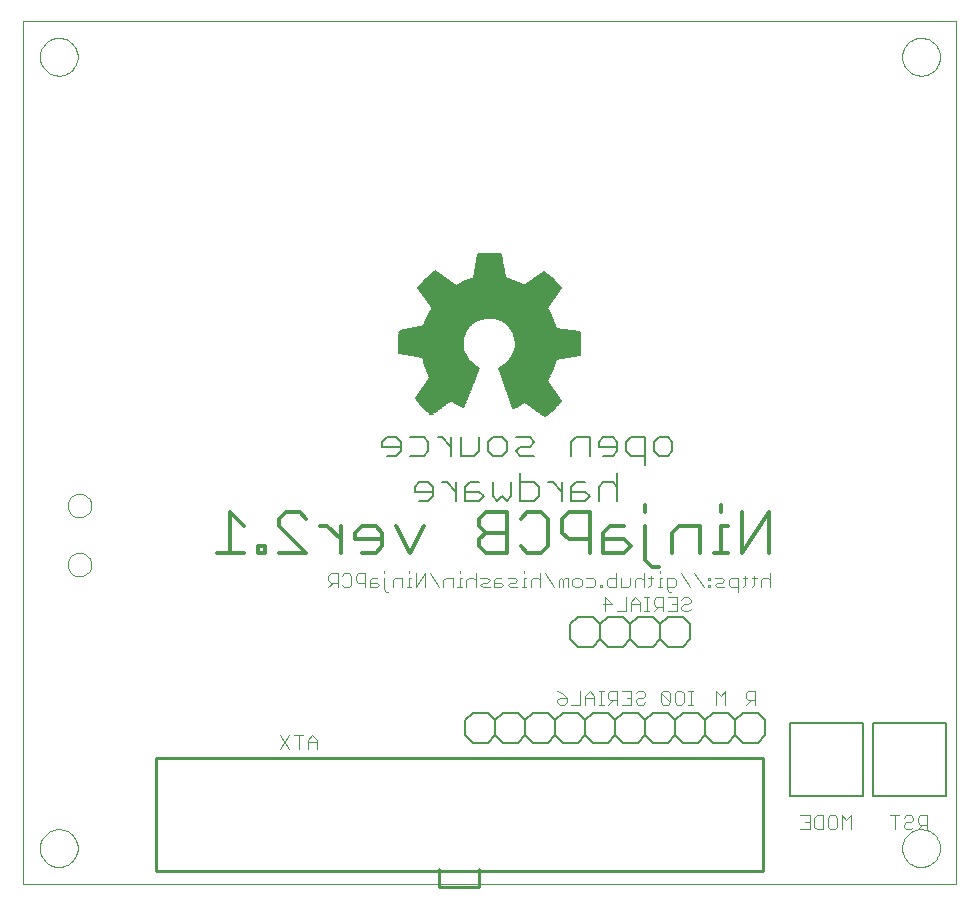
<source format=gbo>
G75*
%MOIN*%
%OFA0B0*%
%FSLAX24Y24*%
%IPPOS*%
%LPD*%
%AMOC8*
5,1,8,0,0,1.08239X$1,22.5*
%
%ADD10C,0.0000*%
%ADD11C,0.0040*%
%ADD12C,0.0120*%
%ADD13C,0.0100*%
%ADD14C,0.0050*%
%ADD15C,0.0060*%
%ADD16C,0.0080*%
D10*
X001306Y002003D02*
X001306Y030743D01*
X032408Y030743D01*
X032408Y002003D01*
X001306Y002003D01*
X001857Y003184D02*
X001859Y003234D01*
X001865Y003284D01*
X001875Y003333D01*
X001889Y003381D01*
X001906Y003428D01*
X001927Y003473D01*
X001952Y003517D01*
X001980Y003558D01*
X002012Y003597D01*
X002046Y003634D01*
X002083Y003668D01*
X002123Y003698D01*
X002165Y003725D01*
X002209Y003749D01*
X002255Y003770D01*
X002302Y003786D01*
X002350Y003799D01*
X002400Y003808D01*
X002449Y003813D01*
X002500Y003814D01*
X002550Y003811D01*
X002599Y003804D01*
X002648Y003793D01*
X002696Y003778D01*
X002742Y003760D01*
X002787Y003738D01*
X002830Y003712D01*
X002871Y003683D01*
X002910Y003651D01*
X002946Y003616D01*
X002978Y003578D01*
X003008Y003538D01*
X003035Y003495D01*
X003058Y003451D01*
X003077Y003405D01*
X003093Y003357D01*
X003105Y003308D01*
X003113Y003259D01*
X003117Y003209D01*
X003117Y003159D01*
X003113Y003109D01*
X003105Y003060D01*
X003093Y003011D01*
X003077Y002963D01*
X003058Y002917D01*
X003035Y002873D01*
X003008Y002830D01*
X002978Y002790D01*
X002946Y002752D01*
X002910Y002717D01*
X002871Y002685D01*
X002830Y002656D01*
X002787Y002630D01*
X002742Y002608D01*
X002696Y002590D01*
X002648Y002575D01*
X002599Y002564D01*
X002550Y002557D01*
X002500Y002554D01*
X002449Y002555D01*
X002400Y002560D01*
X002350Y002569D01*
X002302Y002582D01*
X002255Y002598D01*
X002209Y002619D01*
X002165Y002643D01*
X002123Y002670D01*
X002083Y002700D01*
X002046Y002734D01*
X002012Y002771D01*
X001980Y002810D01*
X001952Y002851D01*
X001927Y002895D01*
X001906Y002940D01*
X001889Y002987D01*
X001875Y003035D01*
X001865Y003084D01*
X001859Y003134D01*
X001857Y003184D01*
X002782Y012633D02*
X002784Y012672D01*
X002790Y012711D01*
X002800Y012749D01*
X002813Y012786D01*
X002830Y012821D01*
X002850Y012855D01*
X002874Y012886D01*
X002901Y012915D01*
X002930Y012941D01*
X002962Y012964D01*
X002996Y012984D01*
X003032Y013000D01*
X003069Y013012D01*
X003108Y013021D01*
X003147Y013026D01*
X003186Y013027D01*
X003225Y013024D01*
X003264Y013017D01*
X003301Y013006D01*
X003338Y012992D01*
X003373Y012974D01*
X003406Y012953D01*
X003437Y012928D01*
X003465Y012901D01*
X003490Y012871D01*
X003512Y012838D01*
X003531Y012804D01*
X003546Y012768D01*
X003558Y012730D01*
X003566Y012692D01*
X003570Y012653D01*
X003570Y012613D01*
X003566Y012574D01*
X003558Y012536D01*
X003546Y012498D01*
X003531Y012462D01*
X003512Y012428D01*
X003490Y012395D01*
X003465Y012365D01*
X003437Y012338D01*
X003406Y012313D01*
X003373Y012292D01*
X003338Y012274D01*
X003301Y012260D01*
X003264Y012249D01*
X003225Y012242D01*
X003186Y012239D01*
X003147Y012240D01*
X003108Y012245D01*
X003069Y012254D01*
X003032Y012266D01*
X002996Y012282D01*
X002962Y012302D01*
X002930Y012325D01*
X002901Y012351D01*
X002874Y012380D01*
X002850Y012411D01*
X002830Y012445D01*
X002813Y012480D01*
X002800Y012517D01*
X002790Y012555D01*
X002784Y012594D01*
X002782Y012633D01*
X002782Y014602D02*
X002784Y014641D01*
X002790Y014680D01*
X002800Y014718D01*
X002813Y014755D01*
X002830Y014790D01*
X002850Y014824D01*
X002874Y014855D01*
X002901Y014884D01*
X002930Y014910D01*
X002962Y014933D01*
X002996Y014953D01*
X003032Y014969D01*
X003069Y014981D01*
X003108Y014990D01*
X003147Y014995D01*
X003186Y014996D01*
X003225Y014993D01*
X003264Y014986D01*
X003301Y014975D01*
X003338Y014961D01*
X003373Y014943D01*
X003406Y014922D01*
X003437Y014897D01*
X003465Y014870D01*
X003490Y014840D01*
X003512Y014807D01*
X003531Y014773D01*
X003546Y014737D01*
X003558Y014699D01*
X003566Y014661D01*
X003570Y014622D01*
X003570Y014582D01*
X003566Y014543D01*
X003558Y014505D01*
X003546Y014467D01*
X003531Y014431D01*
X003512Y014397D01*
X003490Y014364D01*
X003465Y014334D01*
X003437Y014307D01*
X003406Y014282D01*
X003373Y014261D01*
X003338Y014243D01*
X003301Y014229D01*
X003264Y014218D01*
X003225Y014211D01*
X003186Y014208D01*
X003147Y014209D01*
X003108Y014214D01*
X003069Y014223D01*
X003032Y014235D01*
X002996Y014251D01*
X002962Y014271D01*
X002930Y014294D01*
X002901Y014320D01*
X002874Y014349D01*
X002850Y014380D01*
X002830Y014414D01*
X002813Y014449D01*
X002800Y014486D01*
X002790Y014524D01*
X002784Y014563D01*
X002782Y014602D01*
X001857Y029562D02*
X001859Y029612D01*
X001865Y029662D01*
X001875Y029711D01*
X001889Y029759D01*
X001906Y029806D01*
X001927Y029851D01*
X001952Y029895D01*
X001980Y029936D01*
X002012Y029975D01*
X002046Y030012D01*
X002083Y030046D01*
X002123Y030076D01*
X002165Y030103D01*
X002209Y030127D01*
X002255Y030148D01*
X002302Y030164D01*
X002350Y030177D01*
X002400Y030186D01*
X002449Y030191D01*
X002500Y030192D01*
X002550Y030189D01*
X002599Y030182D01*
X002648Y030171D01*
X002696Y030156D01*
X002742Y030138D01*
X002787Y030116D01*
X002830Y030090D01*
X002871Y030061D01*
X002910Y030029D01*
X002946Y029994D01*
X002978Y029956D01*
X003008Y029916D01*
X003035Y029873D01*
X003058Y029829D01*
X003077Y029783D01*
X003093Y029735D01*
X003105Y029686D01*
X003113Y029637D01*
X003117Y029587D01*
X003117Y029537D01*
X003113Y029487D01*
X003105Y029438D01*
X003093Y029389D01*
X003077Y029341D01*
X003058Y029295D01*
X003035Y029251D01*
X003008Y029208D01*
X002978Y029168D01*
X002946Y029130D01*
X002910Y029095D01*
X002871Y029063D01*
X002830Y029034D01*
X002787Y029008D01*
X002742Y028986D01*
X002696Y028968D01*
X002648Y028953D01*
X002599Y028942D01*
X002550Y028935D01*
X002500Y028932D01*
X002449Y028933D01*
X002400Y028938D01*
X002350Y028947D01*
X002302Y028960D01*
X002255Y028976D01*
X002209Y028997D01*
X002165Y029021D01*
X002123Y029048D01*
X002083Y029078D01*
X002046Y029112D01*
X002012Y029149D01*
X001980Y029188D01*
X001952Y029229D01*
X001927Y029273D01*
X001906Y029318D01*
X001889Y029365D01*
X001875Y029413D01*
X001865Y029462D01*
X001859Y029512D01*
X001857Y029562D01*
X030597Y029562D02*
X030599Y029612D01*
X030605Y029662D01*
X030615Y029711D01*
X030629Y029759D01*
X030646Y029806D01*
X030667Y029851D01*
X030692Y029895D01*
X030720Y029936D01*
X030752Y029975D01*
X030786Y030012D01*
X030823Y030046D01*
X030863Y030076D01*
X030905Y030103D01*
X030949Y030127D01*
X030995Y030148D01*
X031042Y030164D01*
X031090Y030177D01*
X031140Y030186D01*
X031189Y030191D01*
X031240Y030192D01*
X031290Y030189D01*
X031339Y030182D01*
X031388Y030171D01*
X031436Y030156D01*
X031482Y030138D01*
X031527Y030116D01*
X031570Y030090D01*
X031611Y030061D01*
X031650Y030029D01*
X031686Y029994D01*
X031718Y029956D01*
X031748Y029916D01*
X031775Y029873D01*
X031798Y029829D01*
X031817Y029783D01*
X031833Y029735D01*
X031845Y029686D01*
X031853Y029637D01*
X031857Y029587D01*
X031857Y029537D01*
X031853Y029487D01*
X031845Y029438D01*
X031833Y029389D01*
X031817Y029341D01*
X031798Y029295D01*
X031775Y029251D01*
X031748Y029208D01*
X031718Y029168D01*
X031686Y029130D01*
X031650Y029095D01*
X031611Y029063D01*
X031570Y029034D01*
X031527Y029008D01*
X031482Y028986D01*
X031436Y028968D01*
X031388Y028953D01*
X031339Y028942D01*
X031290Y028935D01*
X031240Y028932D01*
X031189Y028933D01*
X031140Y028938D01*
X031090Y028947D01*
X031042Y028960D01*
X030995Y028976D01*
X030949Y028997D01*
X030905Y029021D01*
X030863Y029048D01*
X030823Y029078D01*
X030786Y029112D01*
X030752Y029149D01*
X030720Y029188D01*
X030692Y029229D01*
X030667Y029273D01*
X030646Y029318D01*
X030629Y029365D01*
X030615Y029413D01*
X030605Y029462D01*
X030599Y029512D01*
X030597Y029562D01*
X030597Y003184D02*
X030599Y003234D01*
X030605Y003284D01*
X030615Y003333D01*
X030629Y003381D01*
X030646Y003428D01*
X030667Y003473D01*
X030692Y003517D01*
X030720Y003558D01*
X030752Y003597D01*
X030786Y003634D01*
X030823Y003668D01*
X030863Y003698D01*
X030905Y003725D01*
X030949Y003749D01*
X030995Y003770D01*
X031042Y003786D01*
X031090Y003799D01*
X031140Y003808D01*
X031189Y003813D01*
X031240Y003814D01*
X031290Y003811D01*
X031339Y003804D01*
X031388Y003793D01*
X031436Y003778D01*
X031482Y003760D01*
X031527Y003738D01*
X031570Y003712D01*
X031611Y003683D01*
X031650Y003651D01*
X031686Y003616D01*
X031718Y003578D01*
X031748Y003538D01*
X031775Y003495D01*
X031798Y003451D01*
X031817Y003405D01*
X031833Y003357D01*
X031845Y003308D01*
X031853Y003259D01*
X031857Y003209D01*
X031857Y003159D01*
X031853Y003109D01*
X031845Y003060D01*
X031833Y003011D01*
X031817Y002963D01*
X031798Y002917D01*
X031775Y002873D01*
X031748Y002830D01*
X031718Y002790D01*
X031686Y002752D01*
X031650Y002717D01*
X031611Y002685D01*
X031570Y002656D01*
X031527Y002630D01*
X031482Y002608D01*
X031436Y002590D01*
X031388Y002575D01*
X031339Y002564D01*
X031290Y002557D01*
X031240Y002554D01*
X031189Y002555D01*
X031140Y002560D01*
X031090Y002569D01*
X031042Y002582D01*
X030995Y002598D01*
X030949Y002619D01*
X030905Y002643D01*
X030863Y002670D01*
X030823Y002700D01*
X030786Y002734D01*
X030752Y002771D01*
X030720Y002810D01*
X030692Y002851D01*
X030667Y002895D01*
X030646Y002940D01*
X030629Y002987D01*
X030615Y003035D01*
X030605Y003084D01*
X030599Y003134D01*
X030597Y003184D01*
D11*
X030736Y003813D02*
X030889Y003813D01*
X030966Y003890D01*
X031119Y003813D02*
X031273Y003967D01*
X031196Y003967D02*
X031426Y003967D01*
X031426Y003813D02*
X031426Y004274D01*
X031196Y004274D01*
X031119Y004197D01*
X031119Y004044D01*
X031196Y003967D01*
X030966Y004120D02*
X030889Y004044D01*
X030736Y004044D01*
X030659Y003967D01*
X030659Y003890D01*
X030736Y003813D01*
X030966Y004120D02*
X030966Y004197D01*
X030889Y004274D01*
X030736Y004274D01*
X030659Y004197D01*
X030505Y004274D02*
X030198Y004274D01*
X030352Y004274D02*
X030352Y003813D01*
X028896Y003813D02*
X028896Y004274D01*
X028743Y004120D01*
X028589Y004274D01*
X028589Y003813D01*
X028436Y003890D02*
X028359Y003813D01*
X028206Y003813D01*
X028129Y003890D01*
X028129Y004197D01*
X028206Y004274D01*
X028359Y004274D01*
X028436Y004197D01*
X028436Y003890D01*
X027975Y003813D02*
X027745Y003813D01*
X027668Y003890D01*
X027668Y004197D01*
X027745Y004274D01*
X027975Y004274D01*
X027975Y003813D01*
X027515Y003813D02*
X027208Y003813D01*
X027361Y004044D02*
X027515Y004044D01*
X027515Y004274D02*
X027208Y004274D01*
X027515Y004274D02*
X027515Y003813D01*
X025706Y007963D02*
X025706Y008424D01*
X025476Y008424D01*
X025399Y008347D01*
X025399Y008194D01*
X025476Y008117D01*
X025706Y008117D01*
X025553Y008117D02*
X025399Y007963D01*
X024706Y007963D02*
X024706Y008424D01*
X024553Y008270D01*
X024399Y008424D01*
X024399Y007963D01*
X023626Y007963D02*
X023473Y007963D01*
X023549Y007963D02*
X023549Y008424D01*
X023473Y008424D02*
X023626Y008424D01*
X023319Y008347D02*
X023319Y008040D01*
X023242Y007963D01*
X023089Y007963D01*
X023012Y008040D01*
X023012Y008347D01*
X023089Y008424D01*
X023242Y008424D01*
X023319Y008347D01*
X022859Y008347D02*
X022782Y008424D01*
X022629Y008424D01*
X022552Y008347D01*
X022859Y008040D01*
X022782Y007963D01*
X022629Y007963D01*
X022552Y008040D01*
X022552Y008347D01*
X022859Y008347D02*
X022859Y008040D01*
X022026Y008040D02*
X021949Y007963D01*
X021796Y007963D01*
X021719Y008040D01*
X021719Y008117D01*
X021796Y008194D01*
X021949Y008194D01*
X022026Y008270D01*
X022026Y008347D01*
X021949Y008424D01*
X021796Y008424D01*
X021719Y008347D01*
X021566Y008424D02*
X021259Y008424D01*
X021105Y008424D02*
X020875Y008424D01*
X020798Y008347D01*
X020798Y008194D01*
X020875Y008117D01*
X021105Y008117D01*
X020952Y008117D02*
X020798Y007963D01*
X020645Y007963D02*
X020491Y007963D01*
X020568Y007963D02*
X020568Y008424D01*
X020645Y008424D02*
X020491Y008424D01*
X020338Y008270D02*
X020185Y008424D01*
X020031Y008270D01*
X020031Y007963D01*
X019878Y007963D02*
X019571Y007963D01*
X019417Y008040D02*
X019340Y007963D01*
X019187Y007963D01*
X019110Y008040D01*
X019110Y008117D01*
X019187Y008194D01*
X019417Y008194D01*
X019417Y008040D01*
X019417Y008194D02*
X019264Y008347D01*
X019110Y008424D01*
X019878Y008424D02*
X019878Y007963D01*
X020031Y008194D02*
X020338Y008194D01*
X020338Y008270D02*
X020338Y007963D01*
X021105Y007963D02*
X021105Y008424D01*
X021412Y008194D02*
X021566Y008194D01*
X021566Y008424D02*
X021566Y007963D01*
X021259Y007963D01*
X021398Y011083D02*
X021091Y011083D01*
X020937Y011314D02*
X020630Y011314D01*
X020707Y011544D02*
X020937Y011314D01*
X020707Y011083D02*
X020707Y011544D01*
X020605Y011883D02*
X020528Y011883D01*
X020528Y011960D01*
X020605Y011960D01*
X020605Y011883D01*
X020758Y011960D02*
X020758Y012114D01*
X020835Y012190D01*
X021065Y012190D01*
X021219Y012190D02*
X021219Y011883D01*
X021449Y011883D01*
X021525Y011960D01*
X021525Y012190D01*
X021679Y012114D02*
X021679Y011883D01*
X021679Y012114D02*
X021756Y012190D01*
X021909Y012190D01*
X021986Y012114D01*
X022139Y012190D02*
X022293Y012190D01*
X022216Y012267D02*
X022216Y011960D01*
X022139Y011883D01*
X021986Y011883D02*
X021986Y012344D01*
X022446Y011883D02*
X022600Y011883D01*
X022523Y011883D02*
X022523Y012190D01*
X022600Y012190D01*
X022753Y012190D02*
X022983Y012190D01*
X023060Y012114D01*
X023060Y011960D01*
X022983Y011883D01*
X022753Y011883D01*
X022753Y011807D02*
X022753Y012190D01*
X022523Y012344D02*
X022523Y012420D01*
X022753Y011807D02*
X022830Y011730D01*
X022907Y011730D01*
X022779Y011544D02*
X023086Y011544D01*
X023086Y011083D01*
X022779Y011083D01*
X022625Y011083D02*
X022625Y011544D01*
X022395Y011544D01*
X022318Y011467D01*
X022318Y011314D01*
X022395Y011237D01*
X022625Y011237D01*
X022472Y011237D02*
X022318Y011083D01*
X022165Y011083D02*
X022011Y011083D01*
X022088Y011083D02*
X022088Y011544D01*
X022165Y011544D02*
X022011Y011544D01*
X021858Y011390D02*
X021705Y011544D01*
X021551Y011390D01*
X021551Y011083D01*
X021398Y011083D02*
X021398Y011544D01*
X021551Y011314D02*
X021858Y011314D01*
X021858Y011390D02*
X021858Y011083D01*
X022932Y011314D02*
X023086Y011314D01*
X023239Y011237D02*
X023239Y011160D01*
X023316Y011083D01*
X023469Y011083D01*
X023546Y011160D01*
X023469Y011314D02*
X023316Y011314D01*
X023239Y011237D01*
X023239Y011467D02*
X023316Y011544D01*
X023469Y011544D01*
X023546Y011467D01*
X023546Y011390D01*
X023469Y011314D01*
X023520Y011883D02*
X023214Y012344D01*
X023674Y012344D02*
X023981Y011883D01*
X024134Y011883D02*
X024211Y011883D01*
X024211Y011960D01*
X024134Y011960D01*
X024134Y011883D01*
X024134Y012114D02*
X024211Y012114D01*
X024211Y012190D01*
X024134Y012190D01*
X024134Y012114D01*
X024365Y012190D02*
X024595Y012190D01*
X024671Y012114D01*
X024595Y012037D01*
X024441Y012037D01*
X024365Y011960D01*
X024441Y011883D01*
X024671Y011883D01*
X024825Y011960D02*
X024902Y011883D01*
X025132Y011883D01*
X025132Y011730D02*
X025132Y012190D01*
X024902Y012190D01*
X024825Y012114D01*
X024825Y011960D01*
X025285Y011883D02*
X025362Y011960D01*
X025362Y012267D01*
X025439Y012190D02*
X025285Y012190D01*
X025592Y012190D02*
X025746Y012190D01*
X025669Y012267D02*
X025669Y011960D01*
X025592Y011883D01*
X025899Y011883D02*
X025899Y012114D01*
X025976Y012190D01*
X026129Y012190D01*
X026206Y012114D01*
X026206Y012344D02*
X026206Y011883D01*
X021065Y011883D02*
X020835Y011883D01*
X020758Y011960D01*
X021065Y011883D02*
X021065Y012344D01*
X020374Y012114D02*
X020374Y011960D01*
X020298Y011883D01*
X020068Y011883D01*
X019914Y011960D02*
X019837Y011883D01*
X019684Y011883D01*
X019607Y011960D01*
X019607Y012114D01*
X019684Y012190D01*
X019837Y012190D01*
X019914Y012114D01*
X019914Y011960D01*
X020068Y012190D02*
X020298Y012190D01*
X020374Y012114D01*
X019454Y012190D02*
X019377Y012190D01*
X019300Y012114D01*
X019223Y012190D01*
X019147Y012114D01*
X019147Y011883D01*
X019300Y011883D02*
X019300Y012114D01*
X019454Y012190D02*
X019454Y011883D01*
X018993Y011883D02*
X018686Y012344D01*
X018533Y012344D02*
X018533Y011883D01*
X018533Y012114D02*
X018456Y012190D01*
X018303Y012190D01*
X018226Y012114D01*
X018226Y011883D01*
X018073Y011883D02*
X017919Y011883D01*
X017996Y011883D02*
X017996Y012190D01*
X018073Y012190D01*
X017996Y012344D02*
X017996Y012420D01*
X017766Y012114D02*
X017689Y012190D01*
X017459Y012190D01*
X017535Y012037D02*
X017689Y012037D01*
X017766Y012114D01*
X017766Y011883D02*
X017535Y011883D01*
X017459Y011960D01*
X017535Y012037D01*
X017305Y011960D02*
X017228Y012037D01*
X016998Y012037D01*
X016998Y012114D02*
X016998Y011883D01*
X017228Y011883D01*
X017305Y011960D01*
X017228Y012190D02*
X017075Y012190D01*
X016998Y012114D01*
X016845Y012114D02*
X016768Y012190D01*
X016538Y012190D01*
X016615Y012037D02*
X016768Y012037D01*
X016845Y012114D01*
X016845Y011883D02*
X016615Y011883D01*
X016538Y011960D01*
X016615Y012037D01*
X016384Y012114D02*
X016308Y012190D01*
X016154Y012190D01*
X016077Y012114D01*
X016077Y011883D01*
X015924Y011883D02*
X015771Y011883D01*
X015847Y011883D02*
X015847Y012190D01*
X015924Y012190D01*
X015847Y012344D02*
X015847Y012420D01*
X015617Y012190D02*
X015387Y012190D01*
X015310Y012114D01*
X015310Y011883D01*
X015157Y011883D02*
X014850Y012344D01*
X014696Y012344D02*
X014389Y011883D01*
X014389Y012344D01*
X014236Y012190D02*
X014159Y012190D01*
X014159Y011883D01*
X014236Y011883D02*
X014082Y011883D01*
X013929Y011883D02*
X013929Y012190D01*
X013699Y012190D01*
X013622Y012114D01*
X013622Y011883D01*
X013469Y011730D02*
X013392Y011730D01*
X013315Y011807D01*
X013315Y012190D01*
X013315Y012344D02*
X013315Y012420D01*
X013085Y012190D02*
X012931Y012190D01*
X012855Y012114D01*
X012855Y011883D01*
X013085Y011883D01*
X013162Y011960D01*
X013085Y012037D01*
X012855Y012037D01*
X012701Y012037D02*
X012471Y012037D01*
X012394Y012114D01*
X012394Y012267D01*
X012471Y012344D01*
X012701Y012344D01*
X012701Y011883D01*
X012241Y011960D02*
X012241Y012267D01*
X012164Y012344D01*
X012011Y012344D01*
X011934Y012267D01*
X011780Y012344D02*
X011550Y012344D01*
X011474Y012267D01*
X011474Y012114D01*
X011550Y012037D01*
X011780Y012037D01*
X011627Y012037D02*
X011474Y011883D01*
X011780Y011883D02*
X011780Y012344D01*
X011934Y011960D02*
X012011Y011883D01*
X012164Y011883D01*
X012241Y011960D01*
X014159Y012344D02*
X014159Y012420D01*
X014696Y012344D02*
X014696Y011883D01*
X015617Y011883D02*
X015617Y012190D01*
X016384Y012344D02*
X016384Y011883D01*
X011096Y006790D02*
X010943Y006944D01*
X010789Y006790D01*
X010789Y006483D01*
X010789Y006714D02*
X011096Y006714D01*
X011096Y006790D02*
X011096Y006483D01*
X010482Y006483D02*
X010482Y006944D01*
X010329Y006944D02*
X010636Y006944D01*
X010175Y006944D02*
X009868Y006483D01*
X010175Y006483D02*
X009868Y006944D01*
D12*
X009822Y013013D02*
X010743Y013013D01*
X009822Y013934D01*
X009822Y014164D01*
X010052Y014395D01*
X010513Y014395D01*
X010743Y014164D01*
X011203Y013934D02*
X011434Y013934D01*
X011894Y013474D01*
X011894Y013934D02*
X011894Y013013D01*
X012354Y013474D02*
X013275Y013474D01*
X013275Y013244D02*
X013275Y013704D01*
X013045Y013934D01*
X012585Y013934D01*
X012354Y013704D01*
X012354Y013474D01*
X012585Y013013D02*
X013045Y013013D01*
X013275Y013244D01*
X013735Y013934D02*
X014196Y013013D01*
X014656Y013934D01*
X016498Y013934D02*
X016728Y013704D01*
X017419Y013704D01*
X017879Y013244D02*
X018109Y013013D01*
X018570Y013013D01*
X018800Y013244D01*
X018800Y014164D01*
X018570Y014395D01*
X018109Y014395D01*
X017879Y014164D01*
X017419Y014395D02*
X016728Y014395D01*
X016498Y014164D01*
X016498Y013934D01*
X016728Y013704D02*
X016498Y013474D01*
X016498Y013244D01*
X016728Y013013D01*
X017419Y013013D01*
X017419Y014395D01*
X019260Y014164D02*
X019260Y013704D01*
X019490Y013474D01*
X020181Y013474D01*
X020181Y013013D02*
X020181Y014395D01*
X019490Y014395D01*
X019260Y014164D01*
X020641Y013704D02*
X020641Y013013D01*
X021332Y013013D01*
X021562Y013244D01*
X021332Y013474D01*
X020641Y013474D01*
X020641Y013704D02*
X020872Y013934D01*
X021332Y013934D01*
X022023Y013934D02*
X022023Y012783D01*
X022253Y012553D01*
X022483Y012553D01*
X022943Y013013D02*
X022943Y013704D01*
X023174Y013934D01*
X023864Y013934D01*
X023864Y013013D01*
X024325Y013013D02*
X024785Y013013D01*
X024555Y013013D02*
X024555Y013934D01*
X024785Y013934D01*
X024555Y014395D02*
X024555Y014625D01*
X025245Y014395D02*
X025245Y013013D01*
X026166Y014395D01*
X026166Y013013D01*
X022023Y014395D02*
X022023Y014625D01*
X009362Y013244D02*
X009362Y013013D01*
X009132Y013013D01*
X009132Y013244D01*
X009362Y013244D01*
X008671Y013013D02*
X007750Y013013D01*
X008211Y013013D02*
X008211Y014395D01*
X008671Y013934D01*
D13*
X005719Y006185D02*
X005719Y002406D01*
X025955Y002406D01*
X025955Y006185D01*
X005719Y006185D01*
X015168Y002485D02*
X015168Y001894D01*
X016507Y001894D01*
X016507Y002485D01*
D14*
X026857Y004917D02*
X029298Y004917D01*
X029298Y007358D01*
X026857Y007358D01*
X026857Y004917D01*
X029613Y004917D02*
X032054Y004917D01*
X032054Y007358D01*
X029613Y007358D01*
X029613Y004917D01*
X018827Y017682D02*
X018697Y017582D01*
X018037Y018052D01*
X017897Y017972D01*
X017757Y017902D01*
X017637Y017852D01*
X017167Y019202D01*
X017287Y019259D01*
X017397Y019333D01*
X017494Y019423D01*
X017576Y019528D01*
X017641Y019643D01*
X017687Y019768D01*
X017714Y019897D01*
X017720Y020030D01*
X017706Y020162D01*
X017672Y020290D01*
X017618Y020411D01*
X017546Y020523D01*
X017458Y020622D01*
X017356Y020706D01*
X017242Y020774D01*
X017119Y020823D01*
X016990Y020853D01*
X016857Y020862D01*
X016722Y020859D01*
X016590Y020835D01*
X016462Y020790D01*
X016344Y020727D01*
X016236Y020645D01*
X016143Y020547D01*
X016066Y020436D01*
X016008Y020315D01*
X015969Y020186D01*
X015951Y020052D01*
X015954Y019917D01*
X015978Y019785D01*
X016022Y019657D01*
X016086Y019538D01*
X016168Y019431D01*
X016265Y019338D01*
X016376Y019261D01*
X016497Y019202D01*
X015977Y017882D01*
X015847Y017942D01*
X015687Y018032D01*
X015567Y018112D01*
X014907Y017642D01*
X014737Y017792D01*
X014577Y017962D01*
X014467Y018092D01*
X014397Y018182D01*
X014867Y018862D01*
X014787Y019032D01*
X014717Y019222D01*
X014657Y019422D01*
X014627Y019542D01*
X013817Y019692D01*
X013817Y020022D01*
X013827Y020222D01*
X013847Y020432D01*
X014677Y020592D01*
X014737Y020802D01*
X014827Y020992D01*
X014887Y021102D01*
X014947Y021202D01*
X014477Y021862D01*
X014597Y022002D01*
X014707Y022132D01*
X014857Y022262D01*
X015027Y022412D01*
X015727Y021932D01*
X015847Y022002D01*
X016017Y022072D01*
X016177Y022132D01*
X016327Y022182D01*
X016457Y022982D01*
X016647Y023002D01*
X017057Y023002D01*
X017227Y022982D01*
X017267Y022752D01*
X017377Y022172D01*
X017567Y022112D01*
X017727Y022052D01*
X017887Y021972D01*
X018007Y021912D01*
X018677Y022392D01*
X018827Y022262D01*
X018957Y022142D01*
X019087Y022002D01*
X019217Y021862D01*
X018747Y021182D01*
X018847Y021032D01*
X018927Y020862D01*
X018987Y020702D01*
X019047Y020492D01*
X019857Y020372D01*
X019867Y020242D01*
X019867Y019792D01*
X019857Y019632D01*
X019047Y019482D01*
X019007Y019302D01*
X018947Y019152D01*
X018867Y018972D01*
X018757Y018762D01*
X019227Y018092D01*
X019107Y017952D01*
X018987Y017822D01*
X018827Y017682D01*
X018810Y017669D02*
X018576Y017669D01*
X018644Y017620D02*
X018747Y017620D01*
X018867Y017717D02*
X018507Y017717D01*
X018439Y017766D02*
X018923Y017766D01*
X018978Y017814D02*
X018371Y017814D01*
X018303Y017863D02*
X019025Y017863D01*
X019070Y017911D02*
X018235Y017911D01*
X018167Y017960D02*
X019114Y017960D01*
X019155Y018008D02*
X018099Y018008D01*
X017961Y018008D02*
X017583Y018008D01*
X017600Y017960D02*
X017873Y017960D01*
X017776Y017911D02*
X017617Y017911D01*
X017634Y017863D02*
X017663Y017863D01*
X017566Y018057D02*
X019197Y018057D01*
X019218Y018105D02*
X017549Y018105D01*
X017532Y018154D02*
X019184Y018154D01*
X019150Y018202D02*
X017515Y018202D01*
X017498Y018251D02*
X019116Y018251D01*
X019082Y018299D02*
X017482Y018299D01*
X017465Y018348D02*
X019048Y018348D01*
X019014Y018396D02*
X017448Y018396D01*
X017431Y018445D02*
X018980Y018445D01*
X018946Y018493D02*
X017414Y018493D01*
X017397Y018542D02*
X018912Y018542D01*
X018878Y018590D02*
X017380Y018590D01*
X017363Y018639D02*
X018844Y018639D01*
X018810Y018687D02*
X017347Y018687D01*
X017330Y018736D02*
X018776Y018736D01*
X018769Y018784D02*
X017313Y018784D01*
X017296Y018833D02*
X018794Y018833D01*
X018820Y018881D02*
X017279Y018881D01*
X017262Y018930D02*
X018845Y018930D01*
X018870Y018978D02*
X017245Y018978D01*
X017228Y019027D02*
X018892Y019027D01*
X018913Y019075D02*
X017211Y019075D01*
X017195Y019124D02*
X018935Y019124D01*
X018955Y019172D02*
X017178Y019172D01*
X017207Y019221D02*
X018975Y019221D01*
X018994Y019269D02*
X017303Y019269D01*
X017375Y019318D02*
X019011Y019318D01*
X019022Y019366D02*
X017433Y019366D01*
X017485Y019415D02*
X019032Y019415D01*
X019043Y019463D02*
X017526Y019463D01*
X017564Y019512D02*
X019208Y019512D01*
X019470Y019560D02*
X017594Y019560D01*
X017622Y019609D02*
X019731Y019609D01*
X019859Y019657D02*
X017646Y019657D01*
X017664Y019706D02*
X019862Y019706D01*
X019865Y019754D02*
X017682Y019754D01*
X017695Y019803D02*
X019867Y019803D01*
X019867Y019851D02*
X017704Y019851D01*
X017714Y019900D02*
X019867Y019900D01*
X019867Y019948D02*
X017716Y019948D01*
X017719Y019997D02*
X019867Y019997D01*
X019867Y020045D02*
X017719Y020045D01*
X017713Y020094D02*
X019867Y020094D01*
X019867Y020142D02*
X017708Y020142D01*
X017698Y020191D02*
X019867Y020191D01*
X019867Y020239D02*
X017685Y020239D01*
X017672Y020288D02*
X019864Y020288D01*
X019860Y020336D02*
X017651Y020336D01*
X017630Y020385D02*
X019772Y020385D01*
X019444Y020433D02*
X017604Y020433D01*
X017572Y020482D02*
X019117Y020482D01*
X019036Y020530D02*
X017539Y020530D01*
X017496Y020579D02*
X019023Y020579D01*
X019009Y020627D02*
X017451Y020627D01*
X017393Y020676D02*
X018995Y020676D01*
X018979Y020724D02*
X017325Y020724D01*
X017243Y020773D02*
X018961Y020773D01*
X018943Y020821D02*
X017123Y020821D01*
X016551Y020821D02*
X014746Y020821D01*
X014729Y020773D02*
X016430Y020773D01*
X016341Y020724D02*
X014715Y020724D01*
X014701Y020676D02*
X016277Y020676D01*
X016220Y020627D02*
X014687Y020627D01*
X014608Y020579D02*
X016173Y020579D01*
X016132Y020530D02*
X014357Y020530D01*
X014105Y020482D02*
X016098Y020482D01*
X016065Y020433D02*
X013853Y020433D01*
X013843Y020385D02*
X016042Y020385D01*
X016018Y020336D02*
X013838Y020336D01*
X013834Y020288D02*
X016000Y020288D01*
X015985Y020239D02*
X013829Y020239D01*
X013826Y020191D02*
X015971Y020191D01*
X015963Y020142D02*
X013823Y020142D01*
X013821Y020094D02*
X015957Y020094D01*
X015951Y020045D02*
X013818Y020045D01*
X013817Y019997D02*
X015952Y019997D01*
X015953Y019948D02*
X013817Y019948D01*
X013817Y019900D02*
X015957Y019900D01*
X015966Y019851D02*
X013817Y019851D01*
X013817Y019803D02*
X015975Y019803D01*
X015988Y019754D02*
X013817Y019754D01*
X013817Y019706D02*
X016005Y019706D01*
X016022Y019657D02*
X014005Y019657D01*
X014267Y019609D02*
X016048Y019609D01*
X016074Y019560D02*
X014529Y019560D01*
X014635Y019512D02*
X016106Y019512D01*
X016143Y019463D02*
X014647Y019463D01*
X014659Y019415D02*
X016185Y019415D01*
X016235Y019366D02*
X014674Y019366D01*
X014689Y019318D02*
X016294Y019318D01*
X016364Y019269D02*
X014703Y019269D01*
X014718Y019221D02*
X016459Y019221D01*
X016486Y019172D02*
X014736Y019172D01*
X014754Y019124D02*
X016466Y019124D01*
X016447Y019075D02*
X014771Y019075D01*
X014790Y019027D02*
X016428Y019027D01*
X016409Y018978D02*
X014813Y018978D01*
X014835Y018930D02*
X016390Y018930D01*
X016371Y018881D02*
X014858Y018881D01*
X014847Y018833D02*
X016352Y018833D01*
X016333Y018784D02*
X014814Y018784D01*
X014780Y018736D02*
X016314Y018736D01*
X016294Y018687D02*
X014746Y018687D01*
X014713Y018639D02*
X016275Y018639D01*
X016256Y018590D02*
X014679Y018590D01*
X014646Y018542D02*
X016237Y018542D01*
X016218Y018493D02*
X014612Y018493D01*
X014579Y018445D02*
X016199Y018445D01*
X016180Y018396D02*
X014545Y018396D01*
X014512Y018348D02*
X016161Y018348D01*
X016142Y018299D02*
X014478Y018299D01*
X014445Y018251D02*
X016123Y018251D01*
X016103Y018202D02*
X014411Y018202D01*
X014419Y018154D02*
X016084Y018154D01*
X016065Y018105D02*
X015578Y018105D01*
X015558Y018105D02*
X014457Y018105D01*
X014497Y018057D02*
X015490Y018057D01*
X015421Y018008D02*
X014538Y018008D01*
X014579Y017960D02*
X015353Y017960D01*
X015285Y017911D02*
X014625Y017911D01*
X014671Y017863D02*
X015217Y017863D01*
X015149Y017814D02*
X014716Y017814D01*
X014767Y017766D02*
X015081Y017766D01*
X015013Y017717D02*
X014822Y017717D01*
X014877Y017669D02*
X014945Y017669D01*
X015650Y018057D02*
X016046Y018057D01*
X016027Y018008D02*
X015730Y018008D01*
X015816Y017960D02*
X016008Y017960D01*
X015989Y017911D02*
X015914Y017911D01*
X014769Y020870D02*
X018924Y020870D01*
X018901Y020918D02*
X014792Y020918D01*
X014815Y020967D02*
X018878Y020967D01*
X018855Y021015D02*
X014840Y021015D01*
X014866Y021064D02*
X018826Y021064D01*
X018794Y021112D02*
X014893Y021112D01*
X014923Y021161D02*
X018761Y021161D01*
X018766Y021209D02*
X014942Y021209D01*
X014908Y021258D02*
X018800Y021258D01*
X018833Y021306D02*
X014873Y021306D01*
X014839Y021355D02*
X018867Y021355D01*
X018900Y021403D02*
X014804Y021403D01*
X014769Y021452D02*
X018934Y021452D01*
X018967Y021500D02*
X014735Y021500D01*
X014700Y021549D02*
X019001Y021549D01*
X019034Y021597D02*
X014666Y021597D01*
X014631Y021646D02*
X019068Y021646D01*
X019101Y021694D02*
X014597Y021694D01*
X014562Y021743D02*
X019135Y021743D01*
X019168Y021791D02*
X014528Y021791D01*
X014493Y021840D02*
X019202Y021840D01*
X019193Y021888D02*
X014500Y021888D01*
X014541Y021937D02*
X015720Y021937D01*
X015735Y021937D02*
X017958Y021937D01*
X018042Y021937D02*
X019148Y021937D01*
X019103Y021985D02*
X018109Y021985D01*
X018177Y022034D02*
X019058Y022034D01*
X019013Y022082D02*
X018245Y022082D01*
X018313Y022131D02*
X018968Y022131D01*
X018917Y022179D02*
X018380Y022179D01*
X018448Y022228D02*
X018864Y022228D01*
X018811Y022276D02*
X018516Y022276D01*
X018583Y022325D02*
X018755Y022325D01*
X018699Y022373D02*
X018651Y022373D01*
X017861Y021985D02*
X015818Y021985D01*
X015924Y022034D02*
X017764Y022034D01*
X017647Y022082D02*
X016044Y022082D01*
X016174Y022131D02*
X017508Y022131D01*
X017376Y022179D02*
X016319Y022179D01*
X016335Y022228D02*
X017367Y022228D01*
X017358Y022276D02*
X016343Y022276D01*
X016350Y022325D02*
X017348Y022325D01*
X017339Y022373D02*
X016358Y022373D01*
X016366Y022422D02*
X017330Y022422D01*
X017321Y022470D02*
X016374Y022470D01*
X016382Y022519D02*
X017312Y022519D01*
X017302Y022567D02*
X016390Y022567D01*
X016398Y022616D02*
X017293Y022616D01*
X017284Y022664D02*
X016406Y022664D01*
X016414Y022713D02*
X017275Y022713D01*
X017266Y022761D02*
X016421Y022761D01*
X016429Y022810D02*
X017257Y022810D01*
X017249Y022858D02*
X016437Y022858D01*
X016445Y022907D02*
X017240Y022907D01*
X017232Y022955D02*
X016453Y022955D01*
X015650Y021985D02*
X014583Y021985D01*
X014624Y022034D02*
X015579Y022034D01*
X015508Y022082D02*
X014665Y022082D01*
X014706Y022131D02*
X015438Y022131D01*
X015367Y022179D02*
X014762Y022179D01*
X014818Y022228D02*
X015296Y022228D01*
X015225Y022276D02*
X014873Y022276D01*
X014928Y022325D02*
X015155Y022325D01*
X015084Y022373D02*
X014983Y022373D01*
D15*
X019786Y010893D02*
X019536Y010643D01*
X019536Y010143D01*
X019786Y009893D01*
X020286Y009893D01*
X020536Y010143D01*
X020786Y009893D01*
X021286Y009893D01*
X021536Y010143D01*
X021786Y009893D01*
X022286Y009893D01*
X022536Y010143D01*
X022786Y009893D01*
X023286Y009893D01*
X023536Y010143D01*
X023536Y010643D01*
X023286Y010893D01*
X022786Y010893D01*
X022536Y010643D01*
X022286Y010893D01*
X021786Y010893D01*
X021536Y010643D01*
X021536Y010143D01*
X021536Y010643D02*
X021286Y010893D01*
X020786Y010893D01*
X020536Y010643D01*
X020286Y010893D01*
X019786Y010893D01*
X020536Y010643D02*
X020536Y010143D01*
X022536Y010143D02*
X022536Y010643D01*
X022286Y007693D02*
X022036Y007443D01*
X022036Y006943D01*
X022286Y006693D01*
X022786Y006693D01*
X023036Y006943D01*
X023286Y006693D01*
X023786Y006693D01*
X024036Y006943D01*
X024286Y006693D01*
X024786Y006693D01*
X025036Y006943D01*
X025286Y006693D01*
X025786Y006693D01*
X026036Y006943D01*
X026036Y007443D01*
X025786Y007693D01*
X025286Y007693D01*
X025036Y007443D01*
X024786Y007693D01*
X024286Y007693D01*
X024036Y007443D01*
X024036Y006943D01*
X024036Y007443D01*
X023786Y007693D01*
X023286Y007693D01*
X023036Y007443D01*
X022786Y007693D01*
X022286Y007693D01*
X022036Y007443D02*
X021786Y007693D01*
X021286Y007693D01*
X021036Y007443D01*
X020786Y007693D01*
X020286Y007693D01*
X020036Y007443D01*
X020036Y006943D01*
X020286Y006693D01*
X020786Y006693D01*
X021036Y006943D01*
X021286Y006693D01*
X021786Y006693D01*
X022036Y006943D01*
X022036Y007443D01*
X021036Y007443D02*
X021036Y006943D01*
X020036Y006943D02*
X019786Y006693D01*
X019286Y006693D01*
X019036Y006943D01*
X018786Y006693D01*
X018286Y006693D01*
X018036Y006943D01*
X017786Y006693D01*
X017286Y006693D01*
X017036Y006943D01*
X016786Y006693D01*
X016286Y006693D01*
X016036Y006943D01*
X016036Y007443D01*
X016286Y007693D01*
X016786Y007693D01*
X017036Y007443D01*
X017036Y006943D01*
X017036Y007443D02*
X017286Y007693D01*
X017786Y007693D01*
X018036Y007443D01*
X018036Y006943D01*
X018036Y007443D02*
X018286Y007693D01*
X018786Y007693D01*
X019036Y007443D01*
X019036Y006943D01*
X019036Y007443D02*
X019286Y007693D01*
X019786Y007693D01*
X020036Y007443D01*
X023036Y007443D02*
X023036Y006943D01*
X025036Y006943D02*
X025036Y007443D01*
D16*
X021101Y014762D02*
X021101Y015683D01*
X020947Y015376D02*
X020641Y015376D01*
X020487Y015223D01*
X020487Y014762D01*
X020180Y014916D02*
X020027Y015069D01*
X019566Y015069D01*
X019566Y015223D02*
X019566Y014762D01*
X020027Y014762D01*
X020180Y014916D01*
X020027Y015376D02*
X019720Y015376D01*
X019566Y015223D01*
X019259Y015376D02*
X019259Y014762D01*
X019259Y015069D02*
X018952Y015376D01*
X018799Y015376D01*
X018492Y015223D02*
X018492Y014916D01*
X018339Y014762D01*
X017878Y014762D01*
X017878Y015683D01*
X017878Y015376D02*
X018339Y015376D01*
X018492Y015223D01*
X017571Y015376D02*
X017571Y014916D01*
X017418Y014762D01*
X017264Y014916D01*
X017111Y014762D01*
X016957Y014916D01*
X016957Y015376D01*
X016650Y014916D02*
X016497Y015069D01*
X016037Y015069D01*
X016037Y015223D02*
X016037Y014762D01*
X016497Y014762D01*
X016650Y014916D01*
X016497Y015376D02*
X016190Y015376D01*
X016037Y015223D01*
X015730Y015376D02*
X015730Y014762D01*
X015730Y015069D02*
X015423Y015376D01*
X015269Y015376D01*
X014962Y015223D02*
X014962Y014916D01*
X014809Y014762D01*
X014502Y014762D01*
X014348Y015069D02*
X014962Y015069D01*
X014962Y015223D02*
X014809Y015376D01*
X014502Y015376D01*
X014348Y015223D01*
X014348Y015069D01*
X014195Y016262D02*
X014655Y016262D01*
X014809Y016416D01*
X014809Y016723D01*
X014655Y016876D01*
X014195Y016876D01*
X013888Y016723D02*
X013888Y016416D01*
X013735Y016262D01*
X013428Y016262D01*
X013274Y016569D02*
X013888Y016569D01*
X013888Y016723D02*
X013735Y016876D01*
X013428Y016876D01*
X013274Y016723D01*
X013274Y016569D01*
X015116Y016876D02*
X015269Y016876D01*
X015576Y016569D01*
X015576Y016262D02*
X015576Y016876D01*
X015883Y016876D02*
X015883Y016262D01*
X016344Y016262D01*
X016497Y016416D01*
X016497Y016876D01*
X016804Y016723D02*
X016804Y016416D01*
X016957Y016262D01*
X017264Y016262D01*
X017418Y016416D01*
X017418Y016723D01*
X017264Y016876D01*
X016957Y016876D01*
X016804Y016723D01*
X017725Y016876D02*
X018185Y016876D01*
X018339Y016723D01*
X018185Y016569D01*
X017878Y016569D01*
X017725Y016416D01*
X017878Y016262D01*
X018339Y016262D01*
X019566Y016262D02*
X019566Y016723D01*
X019720Y016876D01*
X020180Y016876D01*
X020180Y016262D01*
X020487Y016569D02*
X021101Y016569D01*
X021101Y016416D02*
X021101Y016723D01*
X020947Y016876D01*
X020641Y016876D01*
X020487Y016723D01*
X020487Y016569D01*
X020641Y016262D02*
X020947Y016262D01*
X021101Y016416D01*
X021408Y016416D02*
X021408Y016723D01*
X021561Y016876D01*
X022022Y016876D01*
X022022Y015955D01*
X022022Y016262D02*
X021561Y016262D01*
X021408Y016416D01*
X022329Y016416D02*
X022482Y016262D01*
X022789Y016262D01*
X022942Y016416D01*
X022942Y016723D01*
X022789Y016876D01*
X022482Y016876D01*
X022329Y016723D01*
X022329Y016416D01*
X021101Y015223D02*
X020947Y015376D01*
M02*

</source>
